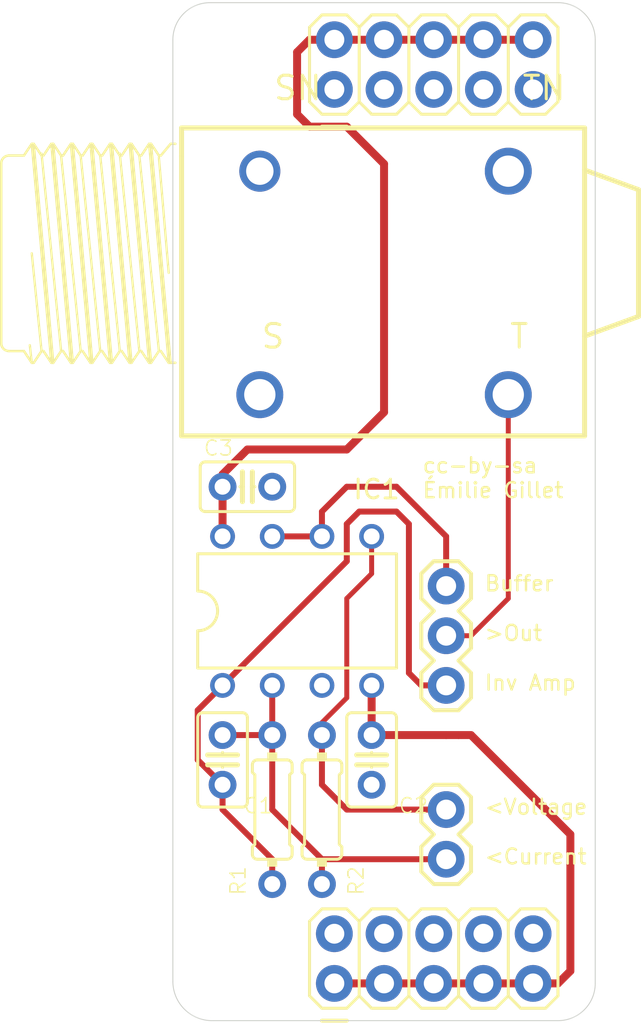
<source format=kicad_pcb>
(kicad_pcb (version 20171130) (host pcbnew 5.1.5-52549c5~84~ubuntu18.04.1)

  (general
    (thickness 1.6)
    (drawings 15)
    (tracks 65)
    (zones 0)
    (modules 11)
    (nets 10)
  )

  (page A4)
  (layers
    (0 Top signal)
    (31 Bottom signal)
    (32 B.Adhes user)
    (33 F.Adhes user)
    (34 B.Paste user)
    (35 F.Paste user)
    (36 B.SilkS user)
    (37 F.SilkS user)
    (38 B.Mask user)
    (39 F.Mask user)
    (40 Dwgs.User user)
    (41 Cmts.User user)
    (42 Eco1.User user)
    (43 Eco2.User user)
    (44 Edge.Cuts user)
    (45 Margin user)
    (46 B.CrtYd user)
    (47 F.CrtYd user)
    (48 B.Fab user)
    (49 F.Fab user)
  )

  (setup
    (last_trace_width 0.25)
    (trace_clearance 0.2)
    (zone_clearance 0.508)
    (zone_45_only no)
    (trace_min 0.2)
    (via_size 0.8)
    (via_drill 0.4)
    (via_min_size 0.4)
    (via_min_drill 0.3)
    (uvia_size 0.3)
    (uvia_drill 0.1)
    (uvias_allowed no)
    (uvia_min_size 0.2)
    (uvia_min_drill 0.1)
    (edge_width 0.05)
    (segment_width 0.2)
    (pcb_text_width 0.3)
    (pcb_text_size 1.5 1.5)
    (mod_edge_width 0.12)
    (mod_text_size 1 1)
    (mod_text_width 0.15)
    (pad_size 1.524 1.524)
    (pad_drill 0.762)
    (pad_to_mask_clearance 0.051)
    (solder_mask_min_width 0.25)
    (aux_axis_origin 0 0)
    (visible_elements FFFFFF7F)
    (pcbplotparams
      (layerselection 0x010fc_ffffffff)
      (usegerberextensions false)
      (usegerberattributes false)
      (usegerberadvancedattributes false)
      (creategerberjobfile false)
      (excludeedgelayer true)
      (linewidth 0.100000)
      (plotframeref false)
      (viasonmask false)
      (mode 1)
      (useauxorigin false)
      (hpglpennumber 1)
      (hpglpenspeed 20)
      (hpglpendiameter 15.000000)
      (psnegative false)
      (psa4output false)
      (plotreference true)
      (plotvalue true)
      (plotinvisibletext false)
      (padsonsilk false)
      (subtractmaskfromsilk false)
      (outputformat 1)
      (mirror false)
      (drillshape 1)
      (scaleselection 1)
      (outputdirectory ""))
  )

  (net 0 "")
  (net 1 GND)
  (net 2 VCC)
  (net 3 VEE)
  (net 4 "Net-(J5-PadT)")
  (net 5 "Net-(J5-PadTN)")
  (net 6 "Net-(IC1-Pad5)")
  (net 7 "Net-(IC1-Pad6)")
  (net 8 "Net-(C1-Pad1)")
  (net 9 "Net-(C1-Pad2)")

  (net_class Default "This is the default net class."
    (clearance 0.2)
    (trace_width 0.25)
    (via_dia 0.8)
    (via_drill 0.4)
    (uvia_dia 0.3)
    (uvia_drill 0.1)
    (add_net GND)
    (add_net "Net-(C1-Pad1)")
    (add_net "Net-(C1-Pad2)")
    (add_net "Net-(IC1-Pad5)")
    (add_net "Net-(IC1-Pad6)")
    (add_net "Net-(J5-PadT)")
    (add_net "Net-(J5-PadTN)")
    (add_net VCC)
    (add_net VEE)
  )

  (module bbf-audio_out:AVR_ICSP (layer Top) (tedit 0) (tstamp 5E77B223)
    (at 151.0411 82.1386 90)
    (descr "<b>PIN HEADER</b>")
    (path /2F430EF2)
    (fp_text reference JP1 (at -2.794 3.302 180) (layer F.SilkS) hide
      (effects (font (size 0.38608 0.38608) (thickness 0.032512)) (justify right top))
    )
    (fp_text value M05X2PTH (at -2.794 0.254 180) (layer F.Fab) hide
      (effects (font (size 0.38608 0.38608) (thickness 0.032512)) (justify right top))
    )
    (fp_poly (pts (xy 1.016 2.794) (xy 1.524 2.794) (xy 1.524 2.286) (xy 1.016 2.286)) (layer F.Fab) (width 0))
    (fp_poly (pts (xy -1.524 2.794) (xy -1.016 2.794) (xy -1.016 2.286) (xy -1.524 2.286)) (layer F.Fab) (width 0))
    (fp_poly (pts (xy -1.524 5.334) (xy -1.016 5.334) (xy -1.016 4.826) (xy -1.524 4.826)) (layer F.Fab) (width 0))
    (fp_poly (pts (xy 1.016 5.334) (xy 1.524 5.334) (xy 1.524 4.826) (xy 1.016 4.826)) (layer F.Fab) (width 0))
    (fp_poly (pts (xy -1.524 0.254) (xy -1.016 0.254) (xy -1.016 -0.254) (xy -1.524 -0.254)) (layer F.SilkS) (width 0))
    (fp_poly (pts (xy 1.016 0.254) (xy 1.524 0.254) (xy 1.524 -0.254) (xy 1.016 -0.254)) (layer F.Fab) (width 0))
    (fp_poly (pts (xy -1.524 -2.286) (xy -1.016 -2.286) (xy -1.016 -2.794) (xy -1.524 -2.794)) (layer F.Fab) (width 0))
    (fp_poly (pts (xy 1.016 -2.286) (xy 1.524 -2.286) (xy 1.524 -2.794) (xy 1.016 -2.794)) (layer F.Fab) (width 0))
    (fp_poly (pts (xy 1.016 -4.826) (xy 1.524 -4.826) (xy 1.524 -5.334) (xy 1.016 -5.334)) (layer F.Fab) (width 0))
    (fp_poly (pts (xy -1.524 -4.826) (xy -1.016 -4.826) (xy -1.016 -5.334) (xy -1.524 -5.334)) (layer F.Fab) (width 0))
    (fp_line (start -3.175 -5.715) (end -3.175 -4.445) (layer F.SilkS) (width 0.2032))
    (fp_line (start -2.54 4.445) (end -2.54 5.715) (layer F.SilkS) (width 0.1524))
    (fp_line (start 1.905 6.35) (end -1.905 6.35) (layer F.SilkS) (width 0.1524))
    (fp_line (start 2.54 5.715) (end 1.905 6.35) (layer F.SilkS) (width 0.1524))
    (fp_line (start 2.54 4.445) (end 2.54 5.715) (layer F.SilkS) (width 0.1524))
    (fp_line (start 1.905 3.81) (end 2.54 4.445) (layer F.SilkS) (width 0.1524))
    (fp_line (start -2.54 5.715) (end -1.905 6.35) (layer F.SilkS) (width 0.1524))
    (fp_line (start -1.905 3.81) (end -2.54 4.445) (layer F.SilkS) (width 0.1524))
    (fp_line (start -2.54 -5.715) (end -2.54 -4.445) (layer F.SilkS) (width 0.1524))
    (fp_line (start -2.54 -3.175) (end -2.54 -1.905) (layer F.SilkS) (width 0.1524))
    (fp_line (start -2.54 -0.635) (end -2.54 0.635) (layer F.SilkS) (width 0.1524))
    (fp_line (start -2.54 1.905) (end -2.54 3.175) (layer F.SilkS) (width 0.1524))
    (fp_line (start 1.905 3.81) (end -1.905 3.81) (layer F.SilkS) (width 0.1524))
    (fp_line (start 1.905 1.27) (end -1.905 1.27) (layer F.SilkS) (width 0.1524))
    (fp_line (start 1.905 -1.27) (end -1.905 -1.27) (layer F.SilkS) (width 0.1524))
    (fp_line (start 1.905 -3.81) (end -1.905 -3.81) (layer F.SilkS) (width 0.1524))
    (fp_line (start 2.54 3.175) (end 1.905 3.81) (layer F.SilkS) (width 0.1524))
    (fp_line (start 2.54 1.905) (end 2.54 3.175) (layer F.SilkS) (width 0.1524))
    (fp_line (start 1.905 1.27) (end 2.54 1.905) (layer F.SilkS) (width 0.1524))
    (fp_line (start 2.54 0.635) (end 1.905 1.27) (layer F.SilkS) (width 0.1524))
    (fp_line (start 2.54 -0.635) (end 2.54 0.635) (layer F.SilkS) (width 0.1524))
    (fp_line (start 1.905 -1.27) (end 2.54 -0.635) (layer F.SilkS) (width 0.1524))
    (fp_line (start 2.54 -1.905) (end 1.905 -1.27) (layer F.SilkS) (width 0.1524))
    (fp_line (start 2.54 -3.175) (end 2.54 -1.905) (layer F.SilkS) (width 0.1524))
    (fp_line (start 1.905 -3.81) (end 2.54 -3.175) (layer F.SilkS) (width 0.1524))
    (fp_line (start 2.54 -4.445) (end 1.905 -3.81) (layer F.SilkS) (width 0.1524))
    (fp_line (start 2.54 -5.715) (end 2.54 -4.445) (layer F.SilkS) (width 0.1524))
    (fp_line (start 1.905 -6.35) (end 2.54 -5.715) (layer F.SilkS) (width 0.1524))
    (fp_line (start -1.905 -6.35) (end 1.905 -6.35) (layer F.SilkS) (width 0.1524))
    (fp_line (start -2.54 3.175) (end -1.905 3.81) (layer F.SilkS) (width 0.1524))
    (fp_line (start -1.905 1.27) (end -2.54 1.905) (layer F.SilkS) (width 0.1524))
    (fp_line (start -2.54 0.635) (end -1.905 1.27) (layer F.SilkS) (width 0.1524))
    (fp_line (start -1.905 -1.27) (end -2.54 -0.635) (layer F.SilkS) (width 0.1524))
    (fp_line (start -2.54 -1.905) (end -1.905 -1.27) (layer F.SilkS) (width 0.1524))
    (fp_line (start -1.905 -3.81) (end -2.54 -3.175) (layer F.SilkS) (width 0.1524))
    (fp_line (start -2.54 -4.445) (end -1.905 -3.81) (layer F.SilkS) (width 0.1524))
    (fp_line (start -1.905 -6.35) (end -2.54 -5.715) (layer F.SilkS) (width 0.1524))
    (pad 10 thru_hole circle (at 1.27 5.08) (size 1.8796 1.8796) (drill 1.016) (layers *.Cu *.Mask)
      (net 2 VCC) (solder_mask_margin 0.1016))
    (pad 9 thru_hole circle (at -1.27 5.08) (size 1.8796 1.8796) (drill 1.016) (layers *.Cu *.Mask)
      (net 1 GND) (solder_mask_margin 0.1016))
    (pad 8 thru_hole circle (at 1.27 2.54) (size 1.8796 1.8796) (drill 1.016) (layers *.Cu *.Mask)
      (net 2 VCC) (solder_mask_margin 0.1016))
    (pad 7 thru_hole circle (at -1.27 2.54) (size 1.8796 1.8796) (drill 1.016) (layers *.Cu *.Mask)
      (net 1 GND) (solder_mask_margin 0.1016))
    (pad 6 thru_hole circle (at 1.27 0) (size 1.8796 1.8796) (drill 1.016) (layers *.Cu *.Mask)
      (net 2 VCC) (solder_mask_margin 0.1016))
    (pad 5 thru_hole circle (at -1.27 0) (size 1.8796 1.8796) (drill 1.016) (layers *.Cu *.Mask)
      (net 1 GND) (solder_mask_margin 0.1016))
    (pad 4 thru_hole circle (at 1.27 -2.54) (size 1.8796 1.8796) (drill 1.016) (layers *.Cu *.Mask)
      (net 2 VCC) (solder_mask_margin 0.1016))
    (pad 3 thru_hole circle (at -1.27 -2.54) (size 1.8796 1.8796) (drill 1.016) (layers *.Cu *.Mask)
      (net 1 GND) (solder_mask_margin 0.1016))
    (pad 2 thru_hole circle (at 1.27 -5.08) (size 1.8796 1.8796) (drill 1.016) (layers *.Cu *.Mask)
      (net 2 VCC) (solder_mask_margin 0.1016))
    (pad 1 thru_hole circle (at -1.27 -5.08) (size 1.8796 1.8796) (drill 1.016) (layers *.Cu *.Mask)
      (net 1 GND) (solder_mask_margin 0.1016))
  )

  (module bbf-audio_out:AVR_ICSP (layer Top) (tedit 0) (tstamp 5E77B25F)
    (at 151.0411 127.8586 90)
    (descr "<b>PIN HEADER</b>")
    (path /ACD8E5B6)
    (fp_text reference JP3 (at -2.794 3.302 180) (layer F.SilkS) hide
      (effects (font (size 0.38608 0.38608) (thickness 0.032512)) (justify right top))
    )
    (fp_text value M05X2PTH (at -2.794 0.254 180) (layer F.Fab) hide
      (effects (font (size 0.38608 0.38608) (thickness 0.032512)) (justify right top))
    )
    (fp_poly (pts (xy 1.016 2.794) (xy 1.524 2.794) (xy 1.524 2.286) (xy 1.016 2.286)) (layer F.Fab) (width 0))
    (fp_poly (pts (xy -1.524 2.794) (xy -1.016 2.794) (xy -1.016 2.286) (xy -1.524 2.286)) (layer F.Fab) (width 0))
    (fp_poly (pts (xy -1.524 5.334) (xy -1.016 5.334) (xy -1.016 4.826) (xy -1.524 4.826)) (layer F.Fab) (width 0))
    (fp_poly (pts (xy 1.016 5.334) (xy 1.524 5.334) (xy 1.524 4.826) (xy 1.016 4.826)) (layer F.Fab) (width 0))
    (fp_poly (pts (xy -1.524 0.254) (xy -1.016 0.254) (xy -1.016 -0.254) (xy -1.524 -0.254)) (layer F.SilkS) (width 0))
    (fp_poly (pts (xy 1.016 0.254) (xy 1.524 0.254) (xy 1.524 -0.254) (xy 1.016 -0.254)) (layer F.Fab) (width 0))
    (fp_poly (pts (xy -1.524 -2.286) (xy -1.016 -2.286) (xy -1.016 -2.794) (xy -1.524 -2.794)) (layer F.Fab) (width 0))
    (fp_poly (pts (xy 1.016 -2.286) (xy 1.524 -2.286) (xy 1.524 -2.794) (xy 1.016 -2.794)) (layer F.Fab) (width 0))
    (fp_poly (pts (xy 1.016 -4.826) (xy 1.524 -4.826) (xy 1.524 -5.334) (xy 1.016 -5.334)) (layer F.Fab) (width 0))
    (fp_poly (pts (xy -1.524 -4.826) (xy -1.016 -4.826) (xy -1.016 -5.334) (xy -1.524 -5.334)) (layer F.Fab) (width 0))
    (fp_line (start -3.175 -5.715) (end -3.175 -4.445) (layer F.SilkS) (width 0.2032))
    (fp_line (start -2.54 4.445) (end -2.54 5.715) (layer F.SilkS) (width 0.1524))
    (fp_line (start 1.905 6.35) (end -1.905 6.35) (layer F.SilkS) (width 0.1524))
    (fp_line (start 2.54 5.715) (end 1.905 6.35) (layer F.SilkS) (width 0.1524))
    (fp_line (start 2.54 4.445) (end 2.54 5.715) (layer F.SilkS) (width 0.1524))
    (fp_line (start 1.905 3.81) (end 2.54 4.445) (layer F.SilkS) (width 0.1524))
    (fp_line (start -2.54 5.715) (end -1.905 6.35) (layer F.SilkS) (width 0.1524))
    (fp_line (start -1.905 3.81) (end -2.54 4.445) (layer F.SilkS) (width 0.1524))
    (fp_line (start -2.54 -5.715) (end -2.54 -4.445) (layer F.SilkS) (width 0.1524))
    (fp_line (start -2.54 -3.175) (end -2.54 -1.905) (layer F.SilkS) (width 0.1524))
    (fp_line (start -2.54 -0.635) (end -2.54 0.635) (layer F.SilkS) (width 0.1524))
    (fp_line (start -2.54 1.905) (end -2.54 3.175) (layer F.SilkS) (width 0.1524))
    (fp_line (start 1.905 3.81) (end -1.905 3.81) (layer F.SilkS) (width 0.1524))
    (fp_line (start 1.905 1.27) (end -1.905 1.27) (layer F.SilkS) (width 0.1524))
    (fp_line (start 1.905 -1.27) (end -1.905 -1.27) (layer F.SilkS) (width 0.1524))
    (fp_line (start 1.905 -3.81) (end -1.905 -3.81) (layer F.SilkS) (width 0.1524))
    (fp_line (start 2.54 3.175) (end 1.905 3.81) (layer F.SilkS) (width 0.1524))
    (fp_line (start 2.54 1.905) (end 2.54 3.175) (layer F.SilkS) (width 0.1524))
    (fp_line (start 1.905 1.27) (end 2.54 1.905) (layer F.SilkS) (width 0.1524))
    (fp_line (start 2.54 0.635) (end 1.905 1.27) (layer F.SilkS) (width 0.1524))
    (fp_line (start 2.54 -0.635) (end 2.54 0.635) (layer F.SilkS) (width 0.1524))
    (fp_line (start 1.905 -1.27) (end 2.54 -0.635) (layer F.SilkS) (width 0.1524))
    (fp_line (start 2.54 -1.905) (end 1.905 -1.27) (layer F.SilkS) (width 0.1524))
    (fp_line (start 2.54 -3.175) (end 2.54 -1.905) (layer F.SilkS) (width 0.1524))
    (fp_line (start 1.905 -3.81) (end 2.54 -3.175) (layer F.SilkS) (width 0.1524))
    (fp_line (start 2.54 -4.445) (end 1.905 -3.81) (layer F.SilkS) (width 0.1524))
    (fp_line (start 2.54 -5.715) (end 2.54 -4.445) (layer F.SilkS) (width 0.1524))
    (fp_line (start 1.905 -6.35) (end 2.54 -5.715) (layer F.SilkS) (width 0.1524))
    (fp_line (start -1.905 -6.35) (end 1.905 -6.35) (layer F.SilkS) (width 0.1524))
    (fp_line (start -2.54 3.175) (end -1.905 3.81) (layer F.SilkS) (width 0.1524))
    (fp_line (start -1.905 1.27) (end -2.54 1.905) (layer F.SilkS) (width 0.1524))
    (fp_line (start -2.54 0.635) (end -1.905 1.27) (layer F.SilkS) (width 0.1524))
    (fp_line (start -1.905 -1.27) (end -2.54 -0.635) (layer F.SilkS) (width 0.1524))
    (fp_line (start -2.54 -1.905) (end -1.905 -1.27) (layer F.SilkS) (width 0.1524))
    (fp_line (start -1.905 -3.81) (end -2.54 -3.175) (layer F.SilkS) (width 0.1524))
    (fp_line (start -2.54 -4.445) (end -1.905 -3.81) (layer F.SilkS) (width 0.1524))
    (fp_line (start -1.905 -6.35) (end -2.54 -5.715) (layer F.SilkS) (width 0.1524))
    (pad 10 thru_hole circle (at 1.27 5.08) (size 1.8796 1.8796) (drill 1.016) (layers *.Cu *.Mask)
      (net 1 GND) (solder_mask_margin 0.1016))
    (pad 9 thru_hole circle (at -1.27 5.08) (size 1.8796 1.8796) (drill 1.016) (layers *.Cu *.Mask)
      (net 3 VEE) (solder_mask_margin 0.1016))
    (pad 8 thru_hole circle (at 1.27 2.54) (size 1.8796 1.8796) (drill 1.016) (layers *.Cu *.Mask)
      (net 1 GND) (solder_mask_margin 0.1016))
    (pad 7 thru_hole circle (at -1.27 2.54) (size 1.8796 1.8796) (drill 1.016) (layers *.Cu *.Mask)
      (net 3 VEE) (solder_mask_margin 0.1016))
    (pad 6 thru_hole circle (at 1.27 0) (size 1.8796 1.8796) (drill 1.016) (layers *.Cu *.Mask)
      (net 1 GND) (solder_mask_margin 0.1016))
    (pad 5 thru_hole circle (at -1.27 0) (size 1.8796 1.8796) (drill 1.016) (layers *.Cu *.Mask)
      (net 3 VEE) (solder_mask_margin 0.1016))
    (pad 4 thru_hole circle (at 1.27 -2.54) (size 1.8796 1.8796) (drill 1.016) (layers *.Cu *.Mask)
      (net 1 GND) (solder_mask_margin 0.1016))
    (pad 3 thru_hole circle (at -1.27 -2.54) (size 1.8796 1.8796) (drill 1.016) (layers *.Cu *.Mask)
      (net 3 VEE) (solder_mask_margin 0.1016))
    (pad 2 thru_hole circle (at 1.27 -5.08) (size 1.8796 1.8796) (drill 1.016) (layers *.Cu *.Mask)
      (net 1 GND) (solder_mask_margin 0.1016))
    (pad 1 thru_hole circle (at -1.27 -5.08) (size 1.8796 1.8796) (drill 1.016) (layers *.Cu *.Mask)
      (net 3 VEE) (solder_mask_margin 0.1016))
  )

  (module bbf-audio_out:NRJ4HF (layer Top) (tedit 0) (tstamp 5E77B29B)
    (at 147.2311 91.0286 180)
    (path /0A445BA9)
    (fp_text reference J5 (at 1.778 0.508 270) (layer F.SilkS) hide
      (effects (font (size 1.2065 1.2065) (thickness 0.1524)) (justify right top))
    )
    (fp_text value MONOSWSLIM (at 0 0 180) (layer F.SilkS) hide
      (effects (font (size 1.27 1.27) (thickness 0.15)) (justify right top))
    )
    (fp_poly (pts (xy -3.56 3.06) (xy -2.29 3.06) (xy -2.29 -4.56) (xy -3.56 -4.56)) (layer F.Fab) (width 0))
    (fp_text user SN (at 4.445 6.985 180) (layer F.SilkS)
      (effects (font (size 1.2065 1.2065) (thickness 0.1524)) (justify left bottom))
    )
    (fp_text user TN (at -8.255 6.985 180) (layer F.SilkS)
      (effects (font (size 1.2065 1.2065) (thickness 0.1524)) (justify left bottom))
    )
    (fp_text user S (at 5.08 -5.715 180) (layer F.SilkS)
      (effects (font (size 1.2065 1.2065) (thickness 0.1524)) (justify left bottom))
    )
    (fp_text user T (at -7.62 -5.715 180) (layer F.SilkS)
      (effects (font (size 1.2065 1.2065) (thickness 0.1524)) (justify left bottom))
    )
    (fp_line (start 10.638 4.838) (end 9.638 -6.362) (layer F.SilkS) (width 0.12))
    (fp_line (start 10.638 -6.362) (end 11.638 4.838) (layer F.SilkS) (width 0.12))
    (fp_line (start 12.638 4.838) (end 11.638 -6.362) (layer F.SilkS) (width 0.12))
    (fp_line (start 12.638 -6.362) (end 13.638 4.738) (layer F.SilkS) (width 0.12))
    (fp_line (start 13.638 -6.362) (end 14.638 4.838) (layer F.SilkS) (width 0.12))
    (fp_line (start 14.638 -6.362) (end 15.638 4.838) (layer F.SilkS) (width 0.12))
    (fp_line (start 15.638 -6.362) (end 16.638 4.838) (layer F.SilkS) (width 0.12))
    (fp_line (start 16.738 -6.362) (end 16.838 -5.462) (layer F.SilkS) (width 0.12))
    (fp_line (start 10.238 4.138) (end 9.738 -1.762) (layer F.SilkS) (width 0.12))
    (fp_line (start 11.238 4.238) (end 10.238 -5.762) (layer F.SilkS) (width 0.12))
    (fp_line (start 11.238 -5.762) (end 12.238 4.338) (layer F.SilkS) (width 0.12))
    (fp_line (start 13.238 4.238) (end 12.238 -5.762) (layer F.SilkS) (width 0.12))
    (fp_line (start 13.238 -5.762) (end 14.238 4.238) (layer F.SilkS) (width 0.12))
    (fp_line (start 16.238 -5.762) (end 16.738 -0.762) (layer F.SilkS) (width 0.12))
    (fp_line (start 15.238 -5.762) (end 16.238 4.338) (layer F.SilkS) (width 0.12))
    (fp_line (start 15.238 4.238) (end 14.238 -5.762) (layer F.SilkS) (width 0.12))
    (fp_line (start 15.738 -6.362) (end 16.738 4.838) (layer F.SilkS) (width 0.12))
    (fp_line (start 15.738 4.838) (end 14.738 -6.362) (layer F.SilkS) (width 0.12))
    (fp_line (start 13.738 -6.362) (end 14.738 4.838) (layer F.SilkS) (width 0.12))
    (fp_line (start 13.738 4.838) (end 12.738 -6.362) (layer F.SilkS) (width 0.12))
    (fp_line (start 11.738 -6.362) (end 12.738 4.838) (layer F.SilkS) (width 0.12))
    (fp_line (start 11.738 4.838) (end 10.738 -6.362) (layer F.SilkS) (width 0.12))
    (fp_line (start 9.738 -6.362) (end 10.738 4.838) (layer F.SilkS) (width 0.12))
    (fp_line (start 9.638 4.838) (end 9.398 4.838) (layer F.SilkS) (width 0.127))
    (fp_line (start 10.138 4.238) (end 9.638 4.838) (layer F.SilkS) (width 0.127))
    (fp_line (start 10.238 4.238) (end 10.138 4.238) (layer F.SilkS) (width 0.127))
    (fp_line (start 10.638 4.838) (end 10.238 4.238) (layer F.SilkS) (width 0.127))
    (fp_line (start 10.738 4.838) (end 10.638 4.838) (layer F.SilkS) (width 0.127))
    (fp_line (start 11.138 4.238) (end 10.738 4.838) (layer F.SilkS) (width 0.127))
    (fp_line (start 11.238 4.238) (end 11.138 4.238) (layer F.SilkS) (width 0.127))
    (fp_line (start 11.638 4.838) (end 11.238 4.238) (layer F.SilkS) (width 0.127))
    (fp_line (start 11.738 4.838) (end 11.638 4.838) (layer F.SilkS) (width 0.127))
    (fp_line (start 12.138 4.238) (end 11.738 4.838) (layer F.SilkS) (width 0.127))
    (fp_line (start 12.238 4.238) (end 12.138 4.238) (layer F.SilkS) (width 0.127))
    (fp_line (start 12.638 4.838) (end 12.238 4.238) (layer F.SilkS) (width 0.127))
    (fp_line (start 12.738 4.838) (end 12.638 4.838) (layer F.SilkS) (width 0.127))
    (fp_line (start 13.138 4.238) (end 12.738 4.838) (layer F.SilkS) (width 0.127))
    (fp_line (start 13.238 4.238) (end 13.138 4.238) (layer F.SilkS) (width 0.127))
    (fp_line (start 13.638 4.838) (end 13.238 4.238) (layer F.SilkS) (width 0.127))
    (fp_line (start 13.738 4.838) (end 13.638 4.838) (layer F.SilkS) (width 0.127))
    (fp_line (start 14.138 4.238) (end 13.738 4.838) (layer F.SilkS) (width 0.127))
    (fp_line (start 14.238 4.238) (end 14.138 4.238) (layer F.SilkS) (width 0.127))
    (fp_line (start 14.638 4.838) (end 14.238 4.238) (layer F.SilkS) (width 0.127))
    (fp_line (start 14.738 4.838) (end 14.638 4.838) (layer F.SilkS) (width 0.127))
    (fp_line (start 15.138 4.238) (end 14.738 4.838) (layer F.SilkS) (width 0.127))
    (fp_line (start 15.238 4.238) (end 15.138 4.238) (layer F.SilkS) (width 0.127))
    (fp_line (start 15.638 4.838) (end 15.238 4.238) (layer F.SilkS) (width 0.127))
    (fp_line (start 15.738 4.838) (end 15.638 4.838) (layer F.SilkS) (width 0.127))
    (fp_line (start 16.138 4.238) (end 15.738 4.838) (layer F.SilkS) (width 0.127))
    (fp_line (start 16.238 4.238) (end 16.138 4.238) (layer F.SilkS) (width 0.127))
    (fp_line (start 16.638 4.838) (end 16.238 4.238) (layer F.SilkS) (width 0.127))
    (fp_line (start 16.738 4.838) (end 16.638 4.838) (layer F.SilkS) (width 0.127))
    (fp_line (start 17.138 4.238) (end 16.738 4.838) (layer F.SilkS) (width 0.127))
    (fp_line (start 17.898 4.238) (end 17.138 4.238) (layer F.SilkS) (width 0.127))
    (fp_arc (start 17.898 3.838) (end 18.298 3.838) (angle 90) (layer F.SilkS) (width 0.127))
    (fp_line (start 18.298 -5.362) (end 18.298 3.838) (layer F.SilkS) (width 0.127))
    (fp_arc (start 17.898 -5.362) (end 17.898 -5.762) (angle 90) (layer F.SilkS) (width 0.127))
    (fp_line (start 17.138 -5.762) (end 17.898 -5.762) (layer F.SilkS) (width 0.127))
    (fp_line (start 9.638 -6.362) (end 9.398 -6.362) (layer F.SilkS) (width 0.127))
    (fp_line (start 9.738 -6.362) (end 9.638 -6.362) (layer F.SilkS) (width 0.127))
    (fp_line (start 10.138 -5.762) (end 9.738 -6.362) (layer F.SilkS) (width 0.127))
    (fp_line (start 10.238 -5.762) (end 10.138 -5.762) (layer F.SilkS) (width 0.127))
    (fp_line (start 10.638 -6.362) (end 10.238 -5.762) (layer F.SilkS) (width 0.127))
    (fp_line (start 10.738 -6.362) (end 10.638 -6.362) (layer F.SilkS) (width 0.127))
    (fp_line (start 11.138 -5.762) (end 10.738 -6.362) (layer F.SilkS) (width 0.127))
    (fp_line (start 11.238 -5.762) (end 11.138 -5.762) (layer F.SilkS) (width 0.127))
    (fp_line (start 11.638 -6.362) (end 11.238 -5.762) (layer F.SilkS) (width 0.127))
    (fp_line (start 11.738 -6.362) (end 11.638 -6.362) (layer F.SilkS) (width 0.127))
    (fp_line (start 12.138 -5.762) (end 11.738 -6.362) (layer F.SilkS) (width 0.127))
    (fp_line (start 12.238 -5.762) (end 12.138 -5.762) (layer F.SilkS) (width 0.127))
    (fp_line (start 12.638 -6.362) (end 12.238 -5.762) (layer F.SilkS) (width 0.127))
    (fp_line (start 12.738 -6.362) (end 12.638 -6.362) (layer F.SilkS) (width 0.127))
    (fp_line (start 13.138 -5.762) (end 12.738 -6.362) (layer F.SilkS) (width 0.127))
    (fp_line (start 13.238 -5.762) (end 13.138 -5.762) (layer F.SilkS) (width 0.127))
    (fp_line (start 13.638 -6.362) (end 13.238 -5.762) (layer F.SilkS) (width 0.127))
    (fp_line (start 13.738 -6.362) (end 13.638 -6.362) (layer F.SilkS) (width 0.127))
    (fp_line (start 14.138 -5.762) (end 13.738 -6.362) (layer F.SilkS) (width 0.127))
    (fp_line (start 14.238 -5.762) (end 14.138 -5.762) (layer F.SilkS) (width 0.127))
    (fp_line (start 14.638 -6.362) (end 14.238 -5.762) (layer F.SilkS) (width 0.127))
    (fp_line (start 14.738 -6.362) (end 14.638 -6.362) (layer F.SilkS) (width 0.127))
    (fp_line (start 15.138 -5.762) (end 14.738 -6.362) (layer F.SilkS) (width 0.127))
    (fp_line (start 15.238 -5.762) (end 15.138 -5.762) (layer F.SilkS) (width 0.127))
    (fp_line (start 15.638 -6.362) (end 15.238 -5.762) (layer F.SilkS) (width 0.127))
    (fp_line (start 15.738 -6.362) (end 15.638 -6.362) (layer F.SilkS) (width 0.127))
    (fp_line (start 16.138 -5.762) (end 15.738 -6.362) (layer F.SilkS) (width 0.127))
    (fp_line (start 16.238 -5.762) (end 16.138 -5.762) (layer F.SilkS) (width 0.127))
    (fp_line (start 16.638 -6.362) (end 16.238 -5.762) (layer F.SilkS) (width 0.127))
    (fp_line (start 16.738 -6.362) (end 16.638 -6.362) (layer F.SilkS) (width 0.127))
    (fp_line (start 17.138 -5.762) (end 16.738 -6.362) (layer F.SilkS) (width 0.127))
    (fp_line (start -4.195 3.06) (end 8.937 3.06) (layer F.Fab) (width 0.254))
    (fp_line (start -5.465 1.79) (end -4.195 3.06) (layer F.Fab) (width 0.254))
    (fp_line (start -6.735 3.06) (end -5.465 1.79) (layer F.Fab) (width 0.254))
    (fp_line (start -10.545 -0.75) (end -6.735 3.06) (layer F.Fab) (width 0.254))
    (fp_line (start -6.735 -4.56) (end -10.545 -0.75) (layer F.Fab) (width 0.254))
    (fp_line (start -5.465 -3.29) (end -6.735 -4.56) (layer F.Fab) (width 0.254))
    (fp_line (start -4.195 -4.56) (end -5.465 -3.29) (layer F.Fab) (width 0.254))
    (fp_line (start 8.937 -4.56) (end -4.195 -4.56) (layer F.Fab) (width 0.254))
    (fp_line (start -14.278 -3.992) (end -11.52 -5) (layer F.SilkS) (width 0.254))
    (fp_line (start -14.278 2.492) (end -14.278 -3.992) (layer F.SilkS) (width 0.254))
    (fp_line (start -11.52 3.5) (end -14.278 2.492) (layer F.SilkS) (width 0.254))
    (fp_line (start 9.08 4.2) (end 9.08 -10.1) (layer F.SilkS) (width 0.254))
    (fp_line (start 9.08 5.65) (end 9.08 4.2) (layer F.SilkS) (width 0.254))
    (fp_line (start -11.52 5.65) (end 9.08 5.65) (layer F.SilkS) (width 0.254))
    (fp_line (start -11.52 3.5) (end -11.52 5.65) (layer F.SilkS) (width 0.254))
    (fp_line (start -11.52 -5) (end -11.52 3.5) (layer F.SilkS) (width 0.254))
    (fp_line (start -11.52 -10.1) (end -11.52 -5) (layer F.SilkS) (width 0.254))
    (fp_line (start 9.08 -10.1) (end -11.52 -10.1) (layer F.SilkS) (width 0.254))
    (pad "" np_thru_hole circle (at 1.948 3.438 180) (size 2 2) (drill 2) (layers *.Cu *.Mask))
    (pad "" np_thru_hole circle (at 1.948 -7.992 180) (size 2 2) (drill 2) (layers *.Cu *.Mask))
    (pad S thru_hole circle (at 5.08 -7.992 180) (size 2.4 2.4) (drill 1.6) (layers *.Cu *.Mask)
      (net 1 GND) (solder_mask_margin 0.1016))
    (pad T thru_hole circle (at -7.62 -7.992 180) (size 2.4 2.4) (drill 1.6) (layers *.Cu *.Mask)
      (net 4 "Net-(J5-PadT)") (solder_mask_margin 0.1016))
    (pad TN thru_hole circle (at -7.62 3.438 180) (size 2.4 2.4) (drill 1.6) (layers *.Cu *.Mask)
      (net 5 "Net-(J5-PadTN)") (solder_mask_margin 0.1016))
    (pad SN thru_hole circle (at 5.08 3.438 180) (size 2.1 2.1) (drill 1.4) (layers *.Cu *.Mask)
      (net 1 GND) (solder_mask_margin 0.1016))
  )

  (module bbf-audio_out:DIL08 (layer Top) (tedit 0) (tstamp 5E77B314)
    (at 144.0561 110.0786)
    (descr "<b>Dual In Line Package</b>")
    (path /06F92037)
    (fp_text reference IC1 (at 2.794 -5.6515) (layer F.SilkS)
      (effects (font (size 0.9652 0.9652) (thickness 0.14478)) (justify left bottom))
    )
    (fp_text value TL072P (at -3.556 0.635) (layer F.Fab)
      (effects (font (size 1.2065 1.2065) (thickness 0.12065)) (justify left bottom))
    )
    (fp_arc (start -5.08 0) (end -5.08 -1.016) (angle 180) (layer F.SilkS) (width 0.1524))
    (fp_line (start -5.08 2.921) (end -5.08 1.016) (layer F.SilkS) (width 0.1524))
    (fp_line (start -5.08 -2.921) (end -5.08 -1.016) (layer F.SilkS) (width 0.1524))
    (fp_line (start 5.08 -2.921) (end 5.08 2.921) (layer F.SilkS) (width 0.1524))
    (fp_line (start -5.08 2.921) (end 5.08 2.921) (layer F.SilkS) (width 0.1524))
    (fp_line (start 5.08 -2.921) (end -5.08 -2.921) (layer F.SilkS) (width 0.1524))
    (pad 5 thru_hole circle (at 3.81 -3.81 90) (size 1.27 1.27) (drill 0.8128) (layers *.Cu *.Mask)
      (net 6 "Net-(IC1-Pad5)") (solder_mask_margin 0.1016))
    (pad 6 thru_hole circle (at 1.27 -3.81 90) (size 1.27 1.27) (drill 0.8128) (layers *.Cu *.Mask)
      (net 7 "Net-(IC1-Pad6)") (solder_mask_margin 0.1016))
    (pad 4 thru_hole circle (at 3.81 3.81 90) (size 1.27 1.27) (drill 0.8128) (layers *.Cu *.Mask)
      (net 3 VEE) (solder_mask_margin 0.1016))
    (pad 3 thru_hole circle (at 1.27 3.81 90) (size 1.27 1.27) (drill 0.8128) (layers *.Cu *.Mask)
      (net 1 GND) (solder_mask_margin 0.1016))
    (pad 8 thru_hole circle (at -3.81 -3.81 90) (size 1.27 1.27) (drill 0.8128) (layers *.Cu *.Mask)
      (net 2 VCC) (solder_mask_margin 0.1016))
    (pad 7 thru_hole circle (at -1.27 -3.81 90) (size 1.27 1.27) (drill 0.8128) (layers *.Cu *.Mask)
      (net 7 "Net-(IC1-Pad6)") (solder_mask_margin 0.1016))
    (pad 2 thru_hole circle (at -1.27 3.81 90) (size 1.27 1.27) (drill 0.8128) (layers *.Cu *.Mask)
      (net 8 "Net-(C1-Pad1)") (solder_mask_margin 0.1016))
    (pad 1 thru_hole circle (at -3.81 3.81 90) (size 1.27 1.27) (drill 0.8128) (layers *.Cu *.Mask)
      (net 9 "Net-(C1-Pad2)") (solder_mask_margin 0.1016))
  )

  (module bbf-audio_out:0204_7 (layer Top) (tedit 0) (tstamp 5E77B325)
    (at 142.7861 120.2386 270)
    (descr "<b>RESISTOR</b><p>\ntype 0204, grid 7.5 mm")
    (path /2C54ECFF)
    (fp_text reference R1 (at 4.445 1.2954 90) (layer F.SilkS)
      (effects (font (size 0.77216 0.77216) (thickness 0.077216)) (justify left bottom))
    )
    (fp_text value 100k (at 1.6256 -0.4826 90) (layer F.Fab)
      (effects (font (size 0.94107 0.94107) (thickness 0.094107)) (justify left bottom))
    )
    (fp_poly (pts (xy -2.921 0.254) (xy -2.54 0.254) (xy -2.54 -0.254) (xy -2.921 -0.254)) (layer F.SilkS) (width 0))
    (fp_poly (pts (xy 2.54 0.254) (xy 2.921 0.254) (xy 2.921 -0.254) (xy 2.54 -0.254)) (layer F.SilkS) (width 0))
    (fp_line (start 2.54 0.762) (end 2.54 -0.762) (layer F.SilkS) (width 0.1524))
    (fp_line (start 2.286 1.016) (end 1.905 1.016) (layer F.SilkS) (width 0.1524))
    (fp_line (start 2.286 -1.016) (end 1.905 -1.016) (layer F.SilkS) (width 0.1524))
    (fp_line (start 1.778 0.889) (end -1.778 0.889) (layer F.SilkS) (width 0.1524))
    (fp_line (start 1.778 0.889) (end 1.905 1.016) (layer F.SilkS) (width 0.1524))
    (fp_line (start 1.778 -0.889) (end -1.778 -0.889) (layer F.SilkS) (width 0.1524))
    (fp_line (start 1.778 -0.889) (end 1.905 -1.016) (layer F.SilkS) (width 0.1524))
    (fp_line (start -1.778 0.889) (end -1.905 1.016) (layer F.SilkS) (width 0.1524))
    (fp_line (start -2.286 1.016) (end -1.905 1.016) (layer F.SilkS) (width 0.1524))
    (fp_line (start -1.778 -0.889) (end -1.905 -1.016) (layer F.SilkS) (width 0.1524))
    (fp_line (start -2.286 -1.016) (end -1.905 -1.016) (layer F.SilkS) (width 0.1524))
    (fp_line (start -2.54 0.762) (end -2.54 -0.762) (layer F.SilkS) (width 0.1524))
    (fp_arc (start 2.286 -0.762) (end 2.286 -1.016) (angle 90) (layer F.SilkS) (width 0.1524))
    (fp_arc (start 2.286 0.762) (end 2.286 1.016) (angle -90) (layer F.SilkS) (width 0.1524))
    (fp_arc (start -2.286 0.762) (end -2.54 0.762) (angle -90) (layer F.SilkS) (width 0.1524))
    (fp_arc (start -2.286 -0.762) (end -2.54 -0.762) (angle 90) (layer F.SilkS) (width 0.1524))
    (fp_line (start -3.81 0) (end -2.921 0) (layer F.Fab) (width 0.508))
    (fp_line (start 3.81 0) (end 2.921 0) (layer F.Fab) (width 0.508))
    (pad 2 thru_hole circle (at 3.81 0 270) (size 1.4224 1.4224) (drill 0.8128) (layers *.Cu *.Mask)
      (net 9 "Net-(C1-Pad2)") (solder_mask_margin 0.1016))
    (pad 1 thru_hole circle (at -3.81 0 270) (size 1.4224 1.4224) (drill 0.8128) (layers *.Cu *.Mask)
      (net 8 "Net-(C1-Pad1)") (solder_mask_margin 0.1016))
  )

  (module bbf-audio_out:C025-025X050 (layer Top) (tedit 0) (tstamp 5E77B33E)
    (at 140.2461 117.6986 270)
    (descr "<b>CAPACITOR</b><p>\ngrid 2.5 mm, outline 2.5 x 5 mm")
    (path /F4F8EA96)
    (fp_text reference C1 (at 2.794 -1.016) (layer F.SilkS)
      (effects (font (size 0.77216 0.77216) (thickness 0.077216)) (justify left bottom))
    )
    (fp_text value 22p (at 3.8735 -1.016) (layer F.Fab)
      (effects (font (size 0.67564 0.67564) (thickness 0.067564)) (justify left bottom))
    )
    (fp_line (start -0.381 0) (end -0.762 0) (layer F.Fab) (width 0.1524))
    (fp_line (start -0.254 0) (end -0.381 0) (layer F.SilkS) (width 0.1524))
    (fp_line (start -0.254 0) (end -0.254 0.762) (layer F.SilkS) (width 0.254))
    (fp_line (start -0.254 -0.762) (end -0.254 0) (layer F.SilkS) (width 0.254))
    (fp_line (start 0.254 0) (end 0.254 0.762) (layer F.SilkS) (width 0.254))
    (fp_line (start 0.254 0) (end 0.254 -0.762) (layer F.SilkS) (width 0.254))
    (fp_line (start 0.381 0) (end 0.254 0) (layer F.SilkS) (width 0.1524))
    (fp_line (start 0.762 0) (end 0.381 0) (layer F.Fab) (width 0.1524))
    (fp_arc (start -2.159 1.016) (end -2.413 1.016) (angle -90) (layer F.SilkS) (width 0.1524))
    (fp_arc (start 2.159 1.016) (end 2.159 1.27) (angle -90) (layer F.SilkS) (width 0.1524))
    (fp_arc (start -2.159 -1.016) (end -2.413 -1.016) (angle 90) (layer F.SilkS) (width 0.1524))
    (fp_arc (start 2.159 -1.016) (end 2.159 -1.27) (angle 90) (layer F.SilkS) (width 0.1524))
    (fp_line (start -2.413 -1.016) (end -2.413 1.016) (layer F.SilkS) (width 0.1524))
    (fp_line (start 2.413 -1.016) (end 2.413 1.016) (layer F.SilkS) (width 0.1524))
    (fp_line (start 2.159 1.27) (end -2.159 1.27) (layer F.SilkS) (width 0.1524))
    (fp_line (start -2.159 -1.27) (end 2.159 -1.27) (layer F.SilkS) (width 0.1524))
    (pad 2 thru_hole circle (at 1.27 0 270) (size 1.4224 1.4224) (drill 0.8128) (layers *.Cu *.Mask)
      (net 9 "Net-(C1-Pad2)") (solder_mask_margin 0.1016))
    (pad 1 thru_hole circle (at -1.27 0 270) (size 1.4224 1.4224) (drill 0.8128) (layers *.Cu *.Mask)
      (net 8 "Net-(C1-Pad1)") (solder_mask_margin 0.1016))
  )

  (module bbf-audio_out:0204_7 (layer Top) (tedit 0) (tstamp 5E77B353)
    (at 145.3261 120.2386 270)
    (descr "<b>RESISTOR</b><p>\ntype 0204, grid 7.5 mm")
    (path /1452DE6A)
    (fp_text reference R2 (at 4.445 -2.1971 90) (layer F.SilkS)
      (effects (font (size 0.77216 0.77216) (thickness 0.077216)) (justify left bottom))
    )
    (fp_text value 100k (at 1.6256 -0.4826 90) (layer F.Fab)
      (effects (font (size 0.94107 0.94107) (thickness 0.094107)) (justify left bottom))
    )
    (fp_poly (pts (xy -2.921 0.254) (xy -2.54 0.254) (xy -2.54 -0.254) (xy -2.921 -0.254)) (layer F.SilkS) (width 0))
    (fp_poly (pts (xy 2.54 0.254) (xy 2.921 0.254) (xy 2.921 -0.254) (xy 2.54 -0.254)) (layer F.SilkS) (width 0))
    (fp_line (start 2.54 0.762) (end 2.54 -0.762) (layer F.SilkS) (width 0.1524))
    (fp_line (start 2.286 1.016) (end 1.905 1.016) (layer F.SilkS) (width 0.1524))
    (fp_line (start 2.286 -1.016) (end 1.905 -1.016) (layer F.SilkS) (width 0.1524))
    (fp_line (start 1.778 0.889) (end -1.778 0.889) (layer F.SilkS) (width 0.1524))
    (fp_line (start 1.778 0.889) (end 1.905 1.016) (layer F.SilkS) (width 0.1524))
    (fp_line (start 1.778 -0.889) (end -1.778 -0.889) (layer F.SilkS) (width 0.1524))
    (fp_line (start 1.778 -0.889) (end 1.905 -1.016) (layer F.SilkS) (width 0.1524))
    (fp_line (start -1.778 0.889) (end -1.905 1.016) (layer F.SilkS) (width 0.1524))
    (fp_line (start -2.286 1.016) (end -1.905 1.016) (layer F.SilkS) (width 0.1524))
    (fp_line (start -1.778 -0.889) (end -1.905 -1.016) (layer F.SilkS) (width 0.1524))
    (fp_line (start -2.286 -1.016) (end -1.905 -1.016) (layer F.SilkS) (width 0.1524))
    (fp_line (start -2.54 0.762) (end -2.54 -0.762) (layer F.SilkS) (width 0.1524))
    (fp_arc (start 2.286 -0.762) (end 2.286 -1.016) (angle 90) (layer F.SilkS) (width 0.1524))
    (fp_arc (start 2.286 0.762) (end 2.286 1.016) (angle -90) (layer F.SilkS) (width 0.1524))
    (fp_arc (start -2.286 0.762) (end -2.54 0.762) (angle -90) (layer F.SilkS) (width 0.1524))
    (fp_arc (start -2.286 -0.762) (end -2.54 -0.762) (angle 90) (layer F.SilkS) (width 0.1524))
    (fp_line (start -3.81 0) (end -2.921 0) (layer F.Fab) (width 0.508))
    (fp_line (start 3.81 0) (end 2.921 0) (layer F.Fab) (width 0.508))
    (pad 2 thru_hole circle (at 3.81 0 270) (size 1.4224 1.4224) (drill 0.8128) (layers *.Cu *.Mask)
      (net 8 "Net-(C1-Pad1)") (solder_mask_margin 0.1016))
    (pad 1 thru_hole circle (at -3.81 0 270) (size 1.4224 1.4224) (drill 0.8128) (layers *.Cu *.Mask)
      (net 6 "Net-(IC1-Pad5)") (solder_mask_margin 0.1016))
  )

  (module bbf-audio_out:1X02 (layer Top) (tedit 0) (tstamp 5E77B36C)
    (at 151.6761 120.2386 270)
    (path /FA93C76E)
    (fp_text reference JP2 (at -1.3462 -1.8288 270) (layer F.SilkS) hide
      (effects (font (size 1.2065 1.2065) (thickness 0.127)) (justify right top))
    )
    (fp_text value M02PTH (at -1.27 3.175 90) (layer F.Fab)
      (effects (font (size 1.2065 1.2065) (thickness 0.09652)) (justify left bottom))
    )
    (fp_poly (pts (xy -0.254 0.254) (xy 0.254 0.254) (xy 0.254 -0.254) (xy -0.254 -0.254)) (layer F.Fab) (width 0))
    (fp_poly (pts (xy 2.286 0.254) (xy 2.794 0.254) (xy 2.794 -0.254) (xy 2.286 -0.254)) (layer F.Fab) (width 0))
    (fp_line (start 3.81 -0.635) (end 3.81 0.635) (layer F.SilkS) (width 0.2032))
    (fp_line (start 0.635 1.27) (end -0.635 1.27) (layer F.SilkS) (width 0.2032))
    (fp_line (start -1.27 0.635) (end -0.635 1.27) (layer F.SilkS) (width 0.2032))
    (fp_line (start -0.635 -1.27) (end -1.27 -0.635) (layer F.SilkS) (width 0.2032))
    (fp_line (start -1.27 -0.635) (end -1.27 0.635) (layer F.SilkS) (width 0.2032))
    (fp_line (start 1.905 1.27) (end 1.27 0.635) (layer F.SilkS) (width 0.2032))
    (fp_line (start 3.175 1.27) (end 1.905 1.27) (layer F.SilkS) (width 0.2032))
    (fp_line (start 3.81 0.635) (end 3.175 1.27) (layer F.SilkS) (width 0.2032))
    (fp_line (start 3.175 -1.27) (end 3.81 -0.635) (layer F.SilkS) (width 0.2032))
    (fp_line (start 1.905 -1.27) (end 3.175 -1.27) (layer F.SilkS) (width 0.2032))
    (fp_line (start 1.27 -0.635) (end 1.905 -1.27) (layer F.SilkS) (width 0.2032))
    (fp_line (start 1.27 0.635) (end 0.635 1.27) (layer F.SilkS) (width 0.2032))
    (fp_line (start 0.635 -1.27) (end 1.27 -0.635) (layer F.SilkS) (width 0.2032))
    (fp_line (start -0.635 -1.27) (end 0.635 -1.27) (layer F.SilkS) (width 0.2032))
    (pad 2 thru_hole circle (at 2.54 0) (size 1.8796 1.8796) (drill 1.016) (layers *.Cu *.Mask)
      (net 8 "Net-(C1-Pad1)") (solder_mask_margin 0.1016))
    (pad 1 thru_hole circle (at 0 0) (size 1.8796 1.8796) (drill 1.016) (layers *.Cu *.Mask)
      (net 6 "Net-(IC1-Pad5)") (solder_mask_margin 0.1016))
  )

  (module bbf-audio_out:1X03 (layer Top) (tedit 0) (tstamp 5E77B381)
    (at 151.6761 113.8886 90)
    (path /47274FB3)
    (fp_text reference JP4 (at -1.3462 -1.8288 90) (layer F.SilkS) hide
      (effects (font (size 1.2065 1.2065) (thickness 0.127)) (justify left bottom))
    )
    (fp_text value M03PTH (at -1.27 3.175 90) (layer F.Fab)
      (effects (font (size 1.2065 1.2065) (thickness 0.09652)) (justify left bottom))
    )
    (fp_poly (pts (xy -0.254 0.254) (xy 0.254 0.254) (xy 0.254 -0.254) (xy -0.254 -0.254)) (layer F.Fab) (width 0))
    (fp_poly (pts (xy 2.286 0.254) (xy 2.794 0.254) (xy 2.794 -0.254) (xy 2.286 -0.254)) (layer F.Fab) (width 0))
    (fp_poly (pts (xy 4.826 0.254) (xy 5.334 0.254) (xy 5.334 -0.254) (xy 4.826 -0.254)) (layer F.Fab) (width 0))
    (fp_line (start 6.35 -0.635) (end 6.35 0.635) (layer F.SilkS) (width 0.2032))
    (fp_line (start 0.635 1.27) (end -0.635 1.27) (layer F.SilkS) (width 0.2032))
    (fp_line (start -1.27 0.635) (end -0.635 1.27) (layer F.SilkS) (width 0.2032))
    (fp_line (start -0.635 -1.27) (end -1.27 -0.635) (layer F.SilkS) (width 0.2032))
    (fp_line (start -1.27 -0.635) (end -1.27 0.635) (layer F.SilkS) (width 0.2032))
    (fp_line (start 1.905 1.27) (end 1.27 0.635) (layer F.SilkS) (width 0.2032))
    (fp_line (start 3.175 1.27) (end 1.905 1.27) (layer F.SilkS) (width 0.2032))
    (fp_line (start 3.81 0.635) (end 3.175 1.27) (layer F.SilkS) (width 0.2032))
    (fp_line (start 3.175 -1.27) (end 3.81 -0.635) (layer F.SilkS) (width 0.2032))
    (fp_line (start 1.905 -1.27) (end 3.175 -1.27) (layer F.SilkS) (width 0.2032))
    (fp_line (start 1.27 -0.635) (end 1.905 -1.27) (layer F.SilkS) (width 0.2032))
    (fp_line (start 1.27 0.635) (end 0.635 1.27) (layer F.SilkS) (width 0.2032))
    (fp_line (start 0.635 -1.27) (end 1.27 -0.635) (layer F.SilkS) (width 0.2032))
    (fp_line (start -0.635 -1.27) (end 0.635 -1.27) (layer F.SilkS) (width 0.2032))
    (fp_line (start 4.445 1.27) (end 3.81 0.635) (layer F.SilkS) (width 0.2032))
    (fp_line (start 5.715 1.27) (end 4.445 1.27) (layer F.SilkS) (width 0.2032))
    (fp_line (start 6.35 0.635) (end 5.715 1.27) (layer F.SilkS) (width 0.2032))
    (fp_line (start 5.715 -1.27) (end 6.35 -0.635) (layer F.SilkS) (width 0.2032))
    (fp_line (start 4.445 -1.27) (end 5.715 -1.27) (layer F.SilkS) (width 0.2032))
    (fp_line (start 3.81 -0.635) (end 4.445 -1.27) (layer F.SilkS) (width 0.2032))
    (pad 3 thru_hole circle (at 5.08 0 180) (size 1.8796 1.8796) (drill 1.016) (layers *.Cu *.Mask)
      (net 7 "Net-(IC1-Pad6)") (solder_mask_margin 0.1016))
    (pad 2 thru_hole circle (at 2.54 0 180) (size 1.8796 1.8796) (drill 1.016) (layers *.Cu *.Mask)
      (net 4 "Net-(J5-PadT)") (solder_mask_margin 0.1016))
    (pad 1 thru_hole circle (at 0 0 180) (size 1.8796 1.8796) (drill 1.016) (layers *.Cu *.Mask)
      (net 9 "Net-(C1-Pad2)") (solder_mask_margin 0.1016))
  )

  (module bbf-audio_out:C025-025X050 (layer Top) (tedit 0) (tstamp 5E77B39E)
    (at 147.8661 117.6986 90)
    (descr "<b>CAPACITOR</b><p>\ngrid 2.5 mm, outline 2.5 x 5 mm")
    (path /69098DAB)
    (fp_text reference C2 (at -2.794 1.3335) (layer F.SilkS)
      (effects (font (size 0.77216 0.77216) (thickness 0.077216)) (justify left bottom))
    )
    (fp_text value 100n (at -3.8735 1.3335) (layer F.Fab)
      (effects (font (size 0.67564 0.67564) (thickness 0.067564)) (justify left bottom))
    )
    (fp_line (start -0.381 0) (end -0.762 0) (layer F.Fab) (width 0.1524))
    (fp_line (start -0.254 0) (end -0.381 0) (layer F.SilkS) (width 0.1524))
    (fp_line (start -0.254 0) (end -0.254 0.762) (layer F.SilkS) (width 0.254))
    (fp_line (start -0.254 -0.762) (end -0.254 0) (layer F.SilkS) (width 0.254))
    (fp_line (start 0.254 0) (end 0.254 0.762) (layer F.SilkS) (width 0.254))
    (fp_line (start 0.254 0) (end 0.254 -0.762) (layer F.SilkS) (width 0.254))
    (fp_line (start 0.381 0) (end 0.254 0) (layer F.SilkS) (width 0.1524))
    (fp_line (start 0.762 0) (end 0.381 0) (layer F.Fab) (width 0.1524))
    (fp_arc (start -2.159 1.016) (end -2.413 1.016) (angle -90) (layer F.SilkS) (width 0.1524))
    (fp_arc (start 2.159 1.016) (end 2.159 1.27) (angle -90) (layer F.SilkS) (width 0.1524))
    (fp_arc (start -2.159 -1.016) (end -2.413 -1.016) (angle 90) (layer F.SilkS) (width 0.1524))
    (fp_arc (start 2.159 -1.016) (end 2.159 -1.27) (angle 90) (layer F.SilkS) (width 0.1524))
    (fp_line (start -2.413 -1.016) (end -2.413 1.016) (layer F.SilkS) (width 0.1524))
    (fp_line (start 2.413 -1.016) (end 2.413 1.016) (layer F.SilkS) (width 0.1524))
    (fp_line (start 2.159 1.27) (end -2.159 1.27) (layer F.SilkS) (width 0.1524))
    (fp_line (start -2.159 -1.27) (end 2.159 -1.27) (layer F.SilkS) (width 0.1524))
    (pad 2 thru_hole circle (at 1.27 0 90) (size 1.4224 1.4224) (drill 0.8128) (layers *.Cu *.Mask)
      (net 3 VEE) (solder_mask_margin 0.1016))
    (pad 1 thru_hole circle (at -1.27 0 90) (size 1.4224 1.4224) (drill 0.8128) (layers *.Cu *.Mask)
      (net 1 GND) (solder_mask_margin 0.1016))
  )

  (module bbf-audio_out:C025-025X050 (layer Top) (tedit 0) (tstamp 5E77B3B3)
    (at 141.5161 103.7286)
    (descr "<b>CAPACITOR</b><p>\ngrid 2.5 mm, outline 2.5 x 5 mm")
    (path /0AE61553)
    (fp_text reference C3 (at -2.286 -1.524) (layer F.SilkS)
      (effects (font (size 0.77216 0.77216) (thickness 0.077216)) (justify left bottom))
    )
    (fp_text value 100n (at 2.6035 -1.27 90) (layer F.Fab)
      (effects (font (size 0.67564 0.67564) (thickness 0.067564)) (justify left bottom))
    )
    (fp_line (start -0.381 0) (end -0.762 0) (layer F.Fab) (width 0.1524))
    (fp_line (start -0.254 0) (end -0.381 0) (layer F.SilkS) (width 0.1524))
    (fp_line (start -0.254 0) (end -0.254 0.762) (layer F.SilkS) (width 0.254))
    (fp_line (start -0.254 -0.762) (end -0.254 0) (layer F.SilkS) (width 0.254))
    (fp_line (start 0.254 0) (end 0.254 0.762) (layer F.SilkS) (width 0.254))
    (fp_line (start 0.254 0) (end 0.254 -0.762) (layer F.SilkS) (width 0.254))
    (fp_line (start 0.381 0) (end 0.254 0) (layer F.SilkS) (width 0.1524))
    (fp_line (start 0.762 0) (end 0.381 0) (layer F.Fab) (width 0.1524))
    (fp_arc (start -2.159 1.016) (end -2.413 1.016) (angle -90) (layer F.SilkS) (width 0.1524))
    (fp_arc (start 2.159 1.016) (end 2.159 1.27) (angle -90) (layer F.SilkS) (width 0.1524))
    (fp_arc (start -2.159 -1.016) (end -2.413 -1.016) (angle 90) (layer F.SilkS) (width 0.1524))
    (fp_arc (start 2.159 -1.016) (end 2.159 -1.27) (angle 90) (layer F.SilkS) (width 0.1524))
    (fp_line (start -2.413 -1.016) (end -2.413 1.016) (layer F.SilkS) (width 0.1524))
    (fp_line (start 2.413 -1.016) (end 2.413 1.016) (layer F.SilkS) (width 0.1524))
    (fp_line (start 2.159 1.27) (end -2.159 1.27) (layer F.SilkS) (width 0.1524))
    (fp_line (start -2.159 -1.27) (end 2.159 -1.27) (layer F.SilkS) (width 0.1524))
    (pad 2 thru_hole circle (at 1.27 0) (size 1.4224 1.4224) (drill 0.8128) (layers *.Cu *.Mask)
      (net 1 GND) (solder_mask_margin 0.1016))
    (pad 1 thru_hole circle (at -1.27 0) (size 1.4224 1.4224) (drill 0.8128) (layers *.Cu *.Mask)
      (net 2 VCC) (solder_mask_margin 0.1016))
  )

  (gr_arc (start 157.3911 129.1286) (end 157.3911 131.0336) (angle -90) (layer Edge.Cuts) (width 0.05) (tstamp 83435E40))
  (gr_line (start 159.2961 129.1286) (end 159.2961 80.8686) (layer Edge.Cuts) (width 0.05) (tstamp 837B7000))
  (gr_arc (start 157.4011 80.8686) (end 159.2961 80.8686) (angle -90) (layer Edge.Cuts) (width 0.05) (tstamp 837B7480))
  (gr_line (start 157.4011 78.9736) (end 139.6011 78.9736) (layer Edge.Cuts) (width 0.05) (tstamp 837B79C0))
  (gr_arc (start 139.6011 80.8686) (end 139.6011 78.9736) (angle -90) (layer Edge.Cuts) (width 0.05) (tstamp 837AEE80))
  (gr_line (start 137.7061 80.8686) (end 137.7061 129.0256) (layer Edge.Cuts) (width 0.05) (tstamp 837AF3C0))
  (gr_arc (start 139.7141 129.0256) (end 137.7061 129.0256) (angle -90) (layer Edge.Cuts) (width 0.05) (tstamp 82DF10A0))
  (gr_line (start 139.7141 131.0336) (end 157.3911 131.0336) (layer Edge.Cuts) (width 0.05) (tstamp 82DF15F0))
  (gr_text Buffer (at 153.5811 109.1261) (layer F.SilkS) (tstamp 82DF1B60)
    (effects (font (size 0.77216 0.77216) (thickness 0.12192)) (justify left bottom))
  )
  (gr_text "Inv Amp" (at 153.5811 114.2061) (layer F.SilkS) (tstamp 82417C30)
    (effects (font (size 0.77216 0.77216) (thickness 0.12192)) (justify left bottom))
  )
  (gr_text <Current (at 153.5811 123.0961) (layer F.SilkS) (tstamp 82418150)
    (effects (font (size 0.77216 0.77216) (thickness 0.12192)) (justify left bottom))
  )
  (gr_text <Voltage (at 153.5811 120.5561) (layer F.SilkS) (tstamp 82EA7B00)
    (effects (font (size 0.77216 0.77216) (thickness 0.12192)) (justify left bottom))
  )
  (gr_text >Out (at 153.5811 111.6661) (layer F.SilkS) (tstamp 82EA8020)
    (effects (font (size 0.77216 0.77216) (thickness 0.12192)) (justify left bottom))
  )
  (gr_text cc-by-sa (at 150.4061 103.0936) (layer F.SilkS) (tstamp 8238F160)
    (effects (font (size 0.77216 0.77216) (thickness 0.12192)) (justify left bottom))
  )
  (gr_text "Émilie Gillet" (at 150.4061 104.3636) (layer F.SilkS) (tstamp 8238F670)
    (effects (font (size 0.77216 0.77216) (thickness 0.12192)) (justify left bottom))
  )

  (segment (start 145.9611 80.8686) (end 148.5011 80.8686) (width 0.4064) (layer Top) (net 2) (tstamp 834451F0))
  (segment (start 148.5011 80.8686) (end 151.0411 80.8686) (width 0.4064) (layer Top) (net 2) (tstamp 834456F0))
  (segment (start 151.0411 80.8686) (end 153.5811 80.8686) (width 0.4064) (layer Top) (net 2) (tstamp 83445BC0))
  (segment (start 153.5811 80.8686) (end 156.1211 80.8686) (width 0.4064) (layer Top) (net 2) (tstamp 83446090))
  (segment (start 140.2461 106.2686) (end 140.2461 103.7286) (width 0.4064) (layer Top) (net 2) (tstamp 83446560))
  (segment (start 140.2461 103.7286) (end 140.2461 103.0936) (width 0.4064) (layer Top) (net 2) (tstamp 83446A30))
  (segment (start 140.2461 103.0936) (end 141.5161 101.8236) (width 0.4064) (layer Top) (net 2) (tstamp 83446F10))
  (segment (start 141.5161 101.8236) (end 146.5961 101.8236) (width 0.4064) (layer Top) (net 2) (tstamp 83447400))
  (segment (start 146.5961 101.8236) (end 148.5011 99.9186) (width 0.4064) (layer Top) (net 2) (tstamp 838CA940))
  (segment (start 148.5011 99.9186) (end 148.5011 87.2186) (width 0.4064) (layer Top) (net 2) (tstamp 838CAE20))
  (segment (start 148.5011 87.2186) (end 146.5961 85.3136) (width 0.4064) (layer Top) (net 2) (tstamp 838CB2F0))
  (segment (start 146.5961 85.3136) (end 144.6911 85.3136) (width 0.4064) (layer Top) (net 2) (tstamp 838CB7D0))
  (segment (start 144.6911 85.3136) (end 144.0561 84.6786) (width 0.4064) (layer Top) (net 2) (tstamp 838CBCC0))
  (segment (start 144.0561 84.6786) (end 144.0561 81.5036) (width 0.4064) (layer Top) (net 2) (tstamp 838CC1A0))
  (segment (start 144.0561 81.5036) (end 144.6911 80.8686) (width 0.4064) (layer Top) (net 2) (tstamp 838CC680))
  (segment (start 144.6911 80.8686) (end 145.9611 80.8686) (width 0.4064) (layer Top) (net 2) (tstamp 838CCB60))
  (segment (start 145.9611 129.1286) (end 148.5011 129.1286) (width 0.4064) (layer Top) (net 3) (tstamp 837E5A50))
  (segment (start 148.5011 129.1286) (end 151.0411 129.1286) (width 0.4064) (layer Top) (net 3) (tstamp 837E5F50))
  (segment (start 151.0411 129.1286) (end 153.5811 129.1286) (width 0.4064) (layer Top) (net 3) (tstamp 837E6420))
  (segment (start 153.5811 129.1286) (end 156.1211 129.1286) (width 0.4064) (layer Top) (net 3) (tstamp 837E68F0))
  (segment (start 147.8661 116.4286) (end 147.8661 113.8886) (width 0.4064) (layer Top) (net 3) (tstamp 837E6DC0))
  (segment (start 151.6761 116.4286) (end 147.8661 116.4286) (width 0.4064) (layer Top) (net 3) (tstamp 837E7290))
  (segment (start 152.3111 116.4286) (end 151.6761 116.4286) (width 0.4064) (layer Top) (net 3) (tstamp 837E7760))
  (segment (start 157.3911 129.1286) (end 158.0261 128.4936) (width 0.4064) (layer Top) (net 3) (tstamp 837E7C30))
  (segment (start 156.1211 129.1286) (end 157.3911 129.1286) (width 0.4064) (layer Top) (net 3) (tstamp 837E8100))
  (segment (start 158.0261 128.4936) (end 158.0261 121.5086) (width 0.4064) (layer Top) (net 3) (tstamp 8214A340))
  (segment (start 158.0261 121.5086) (end 152.9461 116.4286) (width 0.4064) (layer Top) (net 3) (tstamp 8214A800))
  (segment (start 152.9461 116.4286) (end 152.3111 116.4286) (width 0.4064) (layer Top) (net 3) (tstamp 8214ACC0))
  (segment (start 140.2461 118.9686) (end 138.9761 117.6986) (width 0.3048) (layer Top) (net 9) (tstamp 8214BB10))
  (segment (start 138.9761 117.6986) (end 138.9761 115.1586) (width 0.3048) (layer Top) (net 9) (tstamp 8214C010))
  (segment (start 138.9761 115.1586) (end 140.2461 113.8886) (width 0.3048) (layer Top) (net 9) (tstamp 8214C4E0))
  (segment (start 142.7861 122.7786) (end 140.2461 120.2386) (width 0.3048) (layer Top) (net 9) (tstamp 8214C9B0))
  (segment (start 140.2461 120.2386) (end 140.2461 118.9686) (width 0.3048) (layer Top) (net 9) (tstamp 8214CE80))
  (segment (start 142.7861 124.0486) (end 142.7861 122.7786) (width 0.3048) (layer Top) (net 9) (tstamp 8214D350))
  (segment (start 140.2461 113.8886) (end 146.5961 107.5386) (width 0.3048) (layer Top) (net 9) (tstamp 8214D820))
  (segment (start 146.5961 107.5386) (end 146.5961 105.6336) (width 0.3048) (layer Top) (net 9) (tstamp 8214DCF0))
  (segment (start 146.5961 105.6336) (end 147.2311 104.9986) (width 0.3048) (layer Top) (net 9) (tstamp 8214E1D0))
  (segment (start 147.2311 104.9986) (end 149.1361 104.9986) (width 0.3048) (layer Top) (net 9) (tstamp 8214E6B0))
  (segment (start 149.1361 104.9986) (end 149.7711 105.6336) (width 0.3048) (layer Top) (net 9) (tstamp 8214EB80))
  (segment (start 149.7711 105.6336) (end 149.7711 113.2536) (width 0.3048) (layer Top) (net 9) (tstamp 8214F060))
  (segment (start 149.7711 113.2536) (end 150.4061 113.8886) (width 0.3048) (layer Top) (net 9) (tstamp 8214F550))
  (segment (start 150.4061 113.8886) (end 151.6761 113.8886) (width 0.3048) (layer Top) (net 9) (tstamp 8214FA20))
  (segment (start 142.7861 116.4286) (end 140.2461 116.4286) (width 0.3048) (layer Top) (net 8) (tstamp 82150A70))
  (segment (start 142.7861 116.4286) (end 142.7861 113.8886) (width 0.3048) (layer Top) (net 8) (tstamp 82150F70))
  (segment (start 142.7861 120.2386) (end 142.7861 116.4286) (width 0.3048) (layer Top) (net 8) (tstamp 82151440))
  (segment (start 145.3261 122.7786) (end 142.7861 120.2386) (width 0.3048) (layer Top) (net 8) (tstamp 82151910))
  (segment (start 145.3261 124.0486) (end 145.3261 122.7786) (width 0.3048) (layer Top) (net 8) (tstamp 82151DE0))
  (segment (start 145.3261 122.7786) (end 151.6761 122.7786) (width 0.3048) (layer Top) (net 8) (tstamp 821522B0))
  (segment (start 145.3261 118.9686) (end 145.3261 116.4286) (width 0.3048) (layer Top) (net 6) (tstamp 82152EF0))
  (segment (start 145.3261 118.9686) (end 146.5961 120.2386) (width 0.3048) (layer Top) (net 6) (tstamp 821533F0))
  (segment (start 146.5961 120.2386) (end 151.6761 120.2386) (width 0.3048) (layer Top) (net 6) (tstamp 821538C0))
  (segment (start 145.3261 116.4286) (end 145.3261 115.7936) (width 0.254) (layer Top) (net 6) (tstamp 82153D90))
  (segment (start 145.3261 115.7936) (end 146.5961 114.5236) (width 0.254) (layer Top) (net 6) (tstamp 82154290))
  (segment (start 146.5961 114.5236) (end 146.5961 109.4436) (width 0.254) (layer Top) (net 6) (tstamp 82154770))
  (segment (start 146.5961 109.4436) (end 147.8661 108.1736) (width 0.254) (layer Top) (net 6) (tstamp 82154C50))
  (segment (start 147.8661 108.1736) (end 147.8661 106.2686) (width 0.254) (layer Top) (net 6) (tstamp 82155130))
  (segment (start 151.6761 111.3486) (end 152.9461 111.3486) (width 0.254) (layer Top) (net 4) (tstamp 82155B30))
  (segment (start 152.9461 111.3486) (end 154.8511 109.4436) (width 0.254) (layer Top) (net 4) (tstamp 82156050))
  (segment (start 154.8511 109.4436) (end 154.8511 99.0206) (width 0.254) (layer Top) (net 4) (tstamp 82156520))
  (segment (start 142.7861 106.2686) (end 145.3261 106.2686) (width 0.3048) (layer Top) (net 7) (tstamp 82157140))
  (segment (start 145.3261 106.2686) (end 145.3261 104.9986) (width 0.3048) (layer Top) (net 7) (tstamp 82157640))
  (segment (start 145.3261 104.9986) (end 146.5961 103.7286) (width 0.3048) (layer Top) (net 7) (tstamp 82157B10))
  (segment (start 146.5961 103.7286) (end 149.1361 103.7286) (width 0.3048) (layer Top) (net 7) (tstamp 82157FE0))
  (segment (start 149.1361 103.7286) (end 151.6761 106.2686) (width 0.3048) (layer Top) (net 7) (tstamp 821584B0))
  (segment (start 151.6761 106.2686) (end 151.6761 108.8086) (width 0.3048) (layer Top) (net 7) (tstamp 837628E0))

  (zone (net 1) (net_name GND) (layer Bottom) (tstamp 8342E000) (hatch edge 0.508)
    (priority 6)
    (connect_pads (clearance 0.000001))
    (min_thickness 0.127)
    (fill (arc_segments 32) (thermal_gap 0.304) (thermal_bridge_width 0.304))
    (polygon
      (pts
        (xy 158.014491 78.933752) (xy 158.313787 79.057725) (xy 158.585711 79.22436) (xy 158.828218 79.431482) (xy 159.03534 79.673989)
        (xy 159.201975 79.945913) (xy 159.324021 80.240556) (xy 159.39847 80.550663) (xy 159.4231 80.86361) (xy 159.4231 129.138595)
        (xy 159.325948 129.751991) (xy 159.201975 130.051287) (xy 159.03534 130.323211) (xy 158.828218 130.565718) (xy 158.585711 130.77284)
        (xy 158.313787 130.939475) (xy 158.019144 131.061521) (xy 157.709037 131.13597) (xy 157.39609 131.1606) (xy 139.601105 131.1606)
        (xy 138.987709 131.063448) (xy 138.688413 130.939475) (xy 138.416489 130.77284) (xy 138.173982 130.565718) (xy 137.96686 130.323211)
        (xy 137.800225 130.051287) (xy 137.678179 129.756644) (xy 137.60373 129.446537) (xy 137.5791 129.13359) (xy 137.5791 80.858605)
        (xy 137.676252 80.245209) (xy 137.800225 79.945913) (xy 137.96686 79.673989) (xy 138.173982 79.431482) (xy 138.416489 79.22436)
        (xy 138.688413 79.057725) (xy 138.983056 78.935679) (xy 139.293163 78.86123) (xy 139.60611 78.8366) (xy 157.401095 78.8366)
      )
    )
  )
)

</source>
